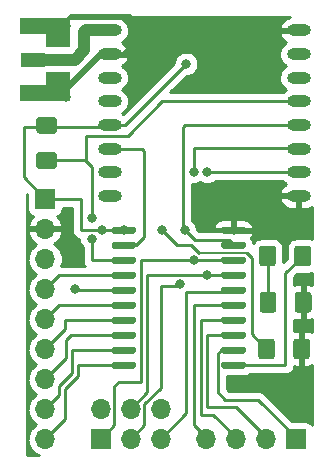
<source format=gbr>
G04 #@! TF.GenerationSoftware,KiCad,Pcbnew,(5.99.0-1365-gd87daebb2)*
G04 #@! TF.CreationDate,2020-04-24T16:17:57+02:00*
G04 #@! TF.ProjectId,LORA_ATTINY_v3,4c4f5241-5f41-4545-9449-4e595f76332e,rev?*
G04 #@! TF.SameCoordinates,Original*
G04 #@! TF.FileFunction,Copper,L1,Top*
G04 #@! TF.FilePolarity,Positive*
%FSLAX46Y46*%
G04 Gerber Fmt 4.6, Leading zero omitted, Abs format (unit mm)*
G04 Created by KiCad (PCBNEW (5.99.0-1365-gd87daebb2)) date 2020-04-24 16:17:57*
%MOMM*%
%LPD*%
G01*
G04 APERTURE LIST*
G04 #@! TA.AperFunction,ComponentPad*
%ADD10O,1.700000X1.700000*%
G04 #@! TD*
G04 #@! TA.AperFunction,ComponentPad*
%ADD11R,1.700000X1.700000*%
G04 #@! TD*
G04 #@! TA.AperFunction,SMDPad,CuDef*
%ADD12O,2.000000X1.000000*%
G04 #@! TD*
G04 #@! TA.AperFunction,ComponentPad*
%ADD13R,2.100000X1.200000*%
G04 #@! TD*
G04 #@! TA.AperFunction,ViaPad*
%ADD14C,0.800000*%
G04 #@! TD*
G04 #@! TA.AperFunction,Conductor*
%ADD15C,0.250000*%
G04 #@! TD*
G04 #@! TA.AperFunction,Conductor*
%ADD16C,0.500000*%
G04 #@! TD*
G04 #@! TA.AperFunction,Conductor*
%ADD17C,1.000000*%
G04 #@! TD*
G04 #@! TA.AperFunction,Conductor*
%ADD18C,0.200000*%
G04 #@! TD*
G04 #@! TA.AperFunction,Conductor*
%ADD19C,0.254000*%
G04 #@! TD*
G04 APERTURE END LIST*
D10*
X104394000Y-66802000D03*
X106934000Y-66802000D03*
X109474000Y-66802000D03*
D11*
X112014000Y-66802000D03*
D10*
X90805000Y-66802000D03*
X90805000Y-64262000D03*
X90805000Y-61722000D03*
X90805000Y-59182000D03*
X90805000Y-56642000D03*
X90805000Y-54102000D03*
X90805000Y-51562000D03*
X90805000Y-49022000D03*
D11*
X90805000Y-46482000D03*
G04 #@! TA.AperFunction,SMDPad,CuDef*
G36*
G01*
X111809500Y-59807000D02*
X111809500Y-58557000D01*
G75*
G02*
X112059500Y-58307000I250000J0D01*
G01*
X112984500Y-58307000D01*
G75*
G02*
X113234500Y-58557000I0J-250000D01*
G01*
X113234500Y-59807000D01*
G75*
G02*
X112984500Y-60057000I-250000J0D01*
G01*
X112059500Y-60057000D01*
G75*
G02*
X111809500Y-59807000I0J250000D01*
G01*
G37*
G04 #@! TD.AperFunction*
G04 #@! TA.AperFunction,SMDPad,CuDef*
G36*
G01*
X108834500Y-59807000D02*
X108834500Y-58557000D01*
G75*
G02*
X109084500Y-58307000I250000J0D01*
G01*
X110009500Y-58307000D01*
G75*
G02*
X110259500Y-58557000I0J-250000D01*
G01*
X110259500Y-59807000D01*
G75*
G02*
X110009500Y-60057000I-250000J0D01*
G01*
X109084500Y-60057000D01*
G75*
G02*
X108834500Y-59807000I0J250000D01*
G01*
G37*
G04 #@! TD.AperFunction*
G04 #@! TA.AperFunction,SMDPad,CuDef*
G36*
G01*
X105733000Y-49299000D02*
X105733000Y-48999000D01*
G75*
G02*
X105883000Y-48849000I150000J0D01*
G01*
X107633000Y-48849000D01*
G75*
G02*
X107783000Y-48999000I0J-150000D01*
G01*
X107783000Y-49299000D01*
G75*
G02*
X107633000Y-49449000I-150000J0D01*
G01*
X105883000Y-49449000D01*
G75*
G02*
X105733000Y-49299000I0J150000D01*
G01*
G37*
G04 #@! TD.AperFunction*
G04 #@! TA.AperFunction,SMDPad,CuDef*
G36*
G01*
X105733000Y-50569000D02*
X105733000Y-50269000D01*
G75*
G02*
X105883000Y-50119000I150000J0D01*
G01*
X107633000Y-50119000D01*
G75*
G02*
X107783000Y-50269000I0J-150000D01*
G01*
X107783000Y-50569000D01*
G75*
G02*
X107633000Y-50719000I-150000J0D01*
G01*
X105883000Y-50719000D01*
G75*
G02*
X105733000Y-50569000I0J150000D01*
G01*
G37*
G04 #@! TD.AperFunction*
G04 #@! TA.AperFunction,SMDPad,CuDef*
G36*
G01*
X105733000Y-51839000D02*
X105733000Y-51539000D01*
G75*
G02*
X105883000Y-51389000I150000J0D01*
G01*
X107633000Y-51389000D01*
G75*
G02*
X107783000Y-51539000I0J-150000D01*
G01*
X107783000Y-51839000D01*
G75*
G02*
X107633000Y-51989000I-150000J0D01*
G01*
X105883000Y-51989000D01*
G75*
G02*
X105733000Y-51839000I0J150000D01*
G01*
G37*
G04 #@! TD.AperFunction*
G04 #@! TA.AperFunction,SMDPad,CuDef*
G36*
G01*
X105733000Y-53109000D02*
X105733000Y-52809000D01*
G75*
G02*
X105883000Y-52659000I150000J0D01*
G01*
X107633000Y-52659000D01*
G75*
G02*
X107783000Y-52809000I0J-150000D01*
G01*
X107783000Y-53109000D01*
G75*
G02*
X107633000Y-53259000I-150000J0D01*
G01*
X105883000Y-53259000D01*
G75*
G02*
X105733000Y-53109000I0J150000D01*
G01*
G37*
G04 #@! TD.AperFunction*
G04 #@! TA.AperFunction,SMDPad,CuDef*
G36*
G01*
X105733000Y-54379000D02*
X105733000Y-54079000D01*
G75*
G02*
X105883000Y-53929000I150000J0D01*
G01*
X107633000Y-53929000D01*
G75*
G02*
X107783000Y-54079000I0J-150000D01*
G01*
X107783000Y-54379000D01*
G75*
G02*
X107633000Y-54529000I-150000J0D01*
G01*
X105883000Y-54529000D01*
G75*
G02*
X105733000Y-54379000I0J150000D01*
G01*
G37*
G04 #@! TD.AperFunction*
G04 #@! TA.AperFunction,SMDPad,CuDef*
G36*
G01*
X105733000Y-55649000D02*
X105733000Y-55349000D01*
G75*
G02*
X105883000Y-55199000I150000J0D01*
G01*
X107633000Y-55199000D01*
G75*
G02*
X107783000Y-55349000I0J-150000D01*
G01*
X107783000Y-55649000D01*
G75*
G02*
X107633000Y-55799000I-150000J0D01*
G01*
X105883000Y-55799000D01*
G75*
G02*
X105733000Y-55649000I0J150000D01*
G01*
G37*
G04 #@! TD.AperFunction*
G04 #@! TA.AperFunction,SMDPad,CuDef*
G36*
G01*
X105733000Y-56919000D02*
X105733000Y-56619000D01*
G75*
G02*
X105883000Y-56469000I150000J0D01*
G01*
X107633000Y-56469000D01*
G75*
G02*
X107783000Y-56619000I0J-150000D01*
G01*
X107783000Y-56919000D01*
G75*
G02*
X107633000Y-57069000I-150000J0D01*
G01*
X105883000Y-57069000D01*
G75*
G02*
X105733000Y-56919000I0J150000D01*
G01*
G37*
G04 #@! TD.AperFunction*
G04 #@! TA.AperFunction,SMDPad,CuDef*
G36*
G01*
X105733000Y-58189000D02*
X105733000Y-57889000D01*
G75*
G02*
X105883000Y-57739000I150000J0D01*
G01*
X107633000Y-57739000D01*
G75*
G02*
X107783000Y-57889000I0J-150000D01*
G01*
X107783000Y-58189000D01*
G75*
G02*
X107633000Y-58339000I-150000J0D01*
G01*
X105883000Y-58339000D01*
G75*
G02*
X105733000Y-58189000I0J150000D01*
G01*
G37*
G04 #@! TD.AperFunction*
G04 #@! TA.AperFunction,SMDPad,CuDef*
G36*
G01*
X105733000Y-59459000D02*
X105733000Y-59159000D01*
G75*
G02*
X105883000Y-59009000I150000J0D01*
G01*
X107633000Y-59009000D01*
G75*
G02*
X107783000Y-59159000I0J-150000D01*
G01*
X107783000Y-59459000D01*
G75*
G02*
X107633000Y-59609000I-150000J0D01*
G01*
X105883000Y-59609000D01*
G75*
G02*
X105733000Y-59459000I0J150000D01*
G01*
G37*
G04 #@! TD.AperFunction*
G04 #@! TA.AperFunction,SMDPad,CuDef*
G36*
G01*
X105733000Y-60729000D02*
X105733000Y-60429000D01*
G75*
G02*
X105883000Y-60279000I150000J0D01*
G01*
X107633000Y-60279000D01*
G75*
G02*
X107783000Y-60429000I0J-150000D01*
G01*
X107783000Y-60729000D01*
G75*
G02*
X107633000Y-60879000I-150000J0D01*
G01*
X105883000Y-60879000D01*
G75*
G02*
X105733000Y-60729000I0J150000D01*
G01*
G37*
G04 #@! TD.AperFunction*
G04 #@! TA.AperFunction,SMDPad,CuDef*
G36*
G01*
X96433000Y-60729000D02*
X96433000Y-60429000D01*
G75*
G02*
X96583000Y-60279000I150000J0D01*
G01*
X98333000Y-60279000D01*
G75*
G02*
X98483000Y-60429000I0J-150000D01*
G01*
X98483000Y-60729000D01*
G75*
G02*
X98333000Y-60879000I-150000J0D01*
G01*
X96583000Y-60879000D01*
G75*
G02*
X96433000Y-60729000I0J150000D01*
G01*
G37*
G04 #@! TD.AperFunction*
G04 #@! TA.AperFunction,SMDPad,CuDef*
G36*
G01*
X96433000Y-59459000D02*
X96433000Y-59159000D01*
G75*
G02*
X96583000Y-59009000I150000J0D01*
G01*
X98333000Y-59009000D01*
G75*
G02*
X98483000Y-59159000I0J-150000D01*
G01*
X98483000Y-59459000D01*
G75*
G02*
X98333000Y-59609000I-150000J0D01*
G01*
X96583000Y-59609000D01*
G75*
G02*
X96433000Y-59459000I0J150000D01*
G01*
G37*
G04 #@! TD.AperFunction*
G04 #@! TA.AperFunction,SMDPad,CuDef*
G36*
G01*
X96433000Y-58189000D02*
X96433000Y-57889000D01*
G75*
G02*
X96583000Y-57739000I150000J0D01*
G01*
X98333000Y-57739000D01*
G75*
G02*
X98483000Y-57889000I0J-150000D01*
G01*
X98483000Y-58189000D01*
G75*
G02*
X98333000Y-58339000I-150000J0D01*
G01*
X96583000Y-58339000D01*
G75*
G02*
X96433000Y-58189000I0J150000D01*
G01*
G37*
G04 #@! TD.AperFunction*
G04 #@! TA.AperFunction,SMDPad,CuDef*
G36*
G01*
X96433000Y-56919000D02*
X96433000Y-56619000D01*
G75*
G02*
X96583000Y-56469000I150000J0D01*
G01*
X98333000Y-56469000D01*
G75*
G02*
X98483000Y-56619000I0J-150000D01*
G01*
X98483000Y-56919000D01*
G75*
G02*
X98333000Y-57069000I-150000J0D01*
G01*
X96583000Y-57069000D01*
G75*
G02*
X96433000Y-56919000I0J150000D01*
G01*
G37*
G04 #@! TD.AperFunction*
G04 #@! TA.AperFunction,SMDPad,CuDef*
G36*
G01*
X96433000Y-55649000D02*
X96433000Y-55349000D01*
G75*
G02*
X96583000Y-55199000I150000J0D01*
G01*
X98333000Y-55199000D01*
G75*
G02*
X98483000Y-55349000I0J-150000D01*
G01*
X98483000Y-55649000D01*
G75*
G02*
X98333000Y-55799000I-150000J0D01*
G01*
X96583000Y-55799000D01*
G75*
G02*
X96433000Y-55649000I0J150000D01*
G01*
G37*
G04 #@! TD.AperFunction*
G04 #@! TA.AperFunction,SMDPad,CuDef*
G36*
G01*
X96433000Y-54379000D02*
X96433000Y-54079000D01*
G75*
G02*
X96583000Y-53929000I150000J0D01*
G01*
X98333000Y-53929000D01*
G75*
G02*
X98483000Y-54079000I0J-150000D01*
G01*
X98483000Y-54379000D01*
G75*
G02*
X98333000Y-54529000I-150000J0D01*
G01*
X96583000Y-54529000D01*
G75*
G02*
X96433000Y-54379000I0J150000D01*
G01*
G37*
G04 #@! TD.AperFunction*
G04 #@! TA.AperFunction,SMDPad,CuDef*
G36*
G01*
X96433000Y-53109000D02*
X96433000Y-52809000D01*
G75*
G02*
X96583000Y-52659000I150000J0D01*
G01*
X98333000Y-52659000D01*
G75*
G02*
X98483000Y-52809000I0J-150000D01*
G01*
X98483000Y-53109000D01*
G75*
G02*
X98333000Y-53259000I-150000J0D01*
G01*
X96583000Y-53259000D01*
G75*
G02*
X96433000Y-53109000I0J150000D01*
G01*
G37*
G04 #@! TD.AperFunction*
G04 #@! TA.AperFunction,SMDPad,CuDef*
G36*
G01*
X96433000Y-51839000D02*
X96433000Y-51539000D01*
G75*
G02*
X96583000Y-51389000I150000J0D01*
G01*
X98333000Y-51389000D01*
G75*
G02*
X98483000Y-51539000I0J-150000D01*
G01*
X98483000Y-51839000D01*
G75*
G02*
X98333000Y-51989000I-150000J0D01*
G01*
X96583000Y-51989000D01*
G75*
G02*
X96433000Y-51839000I0J150000D01*
G01*
G37*
G04 #@! TD.AperFunction*
G04 #@! TA.AperFunction,SMDPad,CuDef*
G36*
G01*
X96433000Y-50569000D02*
X96433000Y-50269000D01*
G75*
G02*
X96583000Y-50119000I150000J0D01*
G01*
X98333000Y-50119000D01*
G75*
G02*
X98483000Y-50269000I0J-150000D01*
G01*
X98483000Y-50569000D01*
G75*
G02*
X98333000Y-50719000I-150000J0D01*
G01*
X96583000Y-50719000D01*
G75*
G02*
X96433000Y-50569000I0J150000D01*
G01*
G37*
G04 #@! TD.AperFunction*
G04 #@! TA.AperFunction,SMDPad,CuDef*
G36*
G01*
X96433000Y-49299000D02*
X96433000Y-48999000D01*
G75*
G02*
X96583000Y-48849000I150000J0D01*
G01*
X98333000Y-48849000D01*
G75*
G02*
X98483000Y-48999000I0J-150000D01*
G01*
X98483000Y-49299000D01*
G75*
G02*
X98333000Y-49449000I-150000J0D01*
G01*
X96583000Y-49449000D01*
G75*
G02*
X96433000Y-49299000I0J150000D01*
G01*
G37*
G04 #@! TD.AperFunction*
D12*
X96268000Y-46228000D03*
X96268000Y-44228000D03*
X96268000Y-42228000D03*
X96268000Y-40228000D03*
X96268000Y-38228000D03*
X96268000Y-36228000D03*
X96268000Y-34228000D03*
X96268000Y-32228000D03*
X112268000Y-32228000D03*
X112268000Y-34228000D03*
X112268000Y-36228000D03*
X112268000Y-38228000D03*
X112268000Y-40228000D03*
X112268000Y-42228000D03*
X112268000Y-44228000D03*
X112268000Y-46228000D03*
G04 #@! TA.AperFunction,SMDPad,CuDef*
G36*
G01*
X91557000Y-40971500D02*
X90307000Y-40971500D01*
G75*
G02*
X90057000Y-40721500I0J250000D01*
G01*
X90057000Y-39796500D01*
G75*
G02*
X90307000Y-39546500I250000J0D01*
G01*
X91557000Y-39546500D01*
G75*
G02*
X91807000Y-39796500I0J-250000D01*
G01*
X91807000Y-40721500D01*
G75*
G02*
X91557000Y-40971500I-250000J0D01*
G01*
G37*
G04 #@! TD.AperFunction*
G04 #@! TA.AperFunction,SMDPad,CuDef*
G36*
G01*
X91557000Y-43946500D02*
X90307000Y-43946500D01*
G75*
G02*
X90057000Y-43696500I0J250000D01*
G01*
X90057000Y-42771500D01*
G75*
G02*
X90307000Y-42521500I250000J0D01*
G01*
X91557000Y-42521500D01*
G75*
G02*
X91807000Y-42771500I0J-250000D01*
G01*
X91807000Y-43696500D01*
G75*
G02*
X91557000Y-43946500I-250000J0D01*
G01*
G37*
G04 #@! TD.AperFunction*
G04 #@! TA.AperFunction,SMDPad,CuDef*
G36*
G01*
X111900000Y-51933000D02*
X111900000Y-50683000D01*
G75*
G02*
X112150000Y-50433000I250000J0D01*
G01*
X113075000Y-50433000D01*
G75*
G02*
X113325000Y-50683000I0J-250000D01*
G01*
X113325000Y-51933000D01*
G75*
G02*
X113075000Y-52183000I-250000J0D01*
G01*
X112150000Y-52183000D01*
G75*
G02*
X111900000Y-51933000I0J250000D01*
G01*
G37*
G04 #@! TD.AperFunction*
G04 #@! TA.AperFunction,SMDPad,CuDef*
G36*
G01*
X108925000Y-51933000D02*
X108925000Y-50683000D01*
G75*
G02*
X109175000Y-50433000I250000J0D01*
G01*
X110100000Y-50433000D01*
G75*
G02*
X110350000Y-50683000I0J-250000D01*
G01*
X110350000Y-51933000D01*
G75*
G02*
X110100000Y-52183000I-250000J0D01*
G01*
X109175000Y-52183000D01*
G75*
G02*
X108925000Y-51933000I0J250000D01*
G01*
G37*
G04 #@! TD.AperFunction*
D10*
X100584000Y-64262000D03*
X100584000Y-66802000D03*
X98044000Y-64262000D03*
X98044000Y-66802000D03*
X95504000Y-64262000D03*
D11*
X95504000Y-66802000D03*
G04 #@! TA.AperFunction,SMDPad,CuDef*
G36*
G01*
X110386500Y-54620000D02*
X110386500Y-55870000D01*
G75*
G02*
X110136500Y-56120000I-250000J0D01*
G01*
X109211500Y-56120000D01*
G75*
G02*
X108961500Y-55870000I0J250000D01*
G01*
X108961500Y-54620000D01*
G75*
G02*
X109211500Y-54370000I250000J0D01*
G01*
X110136500Y-54370000D01*
G75*
G02*
X110386500Y-54620000I0J-250000D01*
G01*
G37*
G04 #@! TD.AperFunction*
G04 #@! TA.AperFunction,SMDPad,CuDef*
G36*
G01*
X113361500Y-54620000D02*
X113361500Y-55870000D01*
G75*
G02*
X113111500Y-56120000I-250000J0D01*
G01*
X112186500Y-56120000D01*
G75*
G02*
X111936500Y-55870000I0J250000D01*
G01*
X111936500Y-54620000D01*
G75*
G02*
X112186500Y-54370000I250000J0D01*
G01*
X113111500Y-54370000D01*
G75*
G02*
X113361500Y-54620000I0J-250000D01*
G01*
G37*
G04 #@! TD.AperFunction*
D13*
X89814400Y-34702000D03*
G04 #@! TA.AperFunction,SMDPad,CuDef*
G36*
X88705200Y-38201399D02*
G01*
X88705200Y-36851399D01*
X90905200Y-36851399D01*
X90905200Y-35751400D01*
X92905200Y-35751401D01*
X92905199Y-38201400D01*
X88705200Y-38201399D01*
G37*
G04 #@! TD.AperFunction*
G04 #@! TA.AperFunction,SMDPad,CuDef*
G36*
X90905200Y-33649719D02*
G01*
X90905200Y-32549719D01*
X88705200Y-32549719D01*
X88705200Y-31199720D01*
X92905200Y-31199721D01*
X92905199Y-33649720D01*
X90905200Y-33649719D01*
G37*
G04 #@! TD.AperFunction*
D14*
X92583000Y-31877000D03*
X92583000Y-37846000D03*
X102743000Y-35052000D03*
X90932000Y-40386000D03*
X94742000Y-49874000D03*
X94742000Y-48133000D03*
X106807000Y-49149000D03*
X112268000Y-49149000D03*
X112649000Y-55245000D03*
X112649000Y-59182000D03*
X95631000Y-49149000D03*
X93345000Y-54102000D03*
X104521000Y-52959000D03*
X104521000Y-44196000D03*
X103378000Y-51689000D03*
X103378000Y-44196000D03*
X97458000Y-49149000D03*
X102653000Y-49149000D03*
X102235000Y-53684000D03*
X100711000Y-49149000D03*
D15*
X92583000Y-31369000D02*
X93014800Y-30937200D01*
X92583000Y-31877000D02*
X92583000Y-31369000D01*
X97344000Y-34228000D02*
X99263200Y-32308800D01*
X99263200Y-32308800D02*
X99344000Y-32228000D01*
D16*
X92964000Y-31089600D02*
X97840800Y-31089600D01*
D15*
X97891600Y-30937200D02*
X99263200Y-32308800D01*
X92583000Y-37846000D02*
X92583000Y-37211000D01*
D16*
X92583000Y-37211000D02*
X95566000Y-34228000D01*
D15*
X95566000Y-34228000D02*
X96268000Y-34228000D01*
X96268000Y-34228000D02*
X96201000Y-34228000D01*
X96268000Y-34228000D02*
X95768000Y-34228000D01*
D17*
X94107000Y-33909000D02*
X94107000Y-32385000D01*
X89865200Y-34702000D02*
X93314000Y-34702000D01*
X93314000Y-34702000D02*
X94107000Y-33909000D01*
X94264000Y-32228000D02*
X96268000Y-32228000D01*
D15*
X94107000Y-32385000D02*
X94264000Y-32228000D01*
X96237000Y-40259000D02*
X96268000Y-40228000D01*
X88996010Y-40386000D02*
X90932000Y-40386000D01*
X90805000Y-46482000D02*
X88996010Y-44673010D01*
X88996010Y-44673010D02*
X88996010Y-40386000D01*
X96110000Y-40386000D02*
X96268000Y-40228000D01*
X90932000Y-40386000D02*
X96110000Y-40386000D01*
X97567000Y-40228000D02*
X102743000Y-35052000D01*
X96268000Y-40228000D02*
X97567000Y-40228000D01*
X93853000Y-49149000D02*
X95631000Y-49149000D01*
X90805000Y-46482000D02*
X93853000Y-46482000D01*
X93853000Y-46482000D02*
X93853000Y-49149000D01*
X99344000Y-32228000D02*
X112268000Y-32228000D01*
X96268000Y-34228000D02*
X97344000Y-34228000D01*
X94742000Y-51689000D02*
X97458000Y-51689000D01*
X94180000Y-43234000D02*
X94742000Y-43796000D01*
X94742000Y-43796000D02*
X94742000Y-48133000D01*
X94742000Y-49874000D02*
X94742000Y-51689000D01*
X93780000Y-43234000D02*
X94180000Y-43234000D01*
X90932000Y-43234000D02*
X93780000Y-43234000D01*
X94234000Y-43180000D02*
X94180000Y-43234000D01*
X100710000Y-38228000D02*
X97790000Y-41148000D01*
X112268000Y-38228000D02*
X100710000Y-38228000D01*
X94234000Y-41148000D02*
X94234000Y-43180000D01*
X97790000Y-41148000D02*
X94234000Y-41148000D01*
X98483000Y-50419000D02*
X97458000Y-50419000D01*
X99187000Y-49715000D02*
X98483000Y-50419000D01*
X96268000Y-42228000D02*
X98996000Y-42228000D01*
X98996000Y-42228000D02*
X99187000Y-42419000D01*
X112268000Y-49149000D02*
X112268000Y-46228000D01*
X106807000Y-49149000D02*
X112268000Y-49149000D01*
X91948000Y-52959000D02*
X90805000Y-54102000D01*
X97458000Y-52959000D02*
X91948000Y-52959000D01*
X91948000Y-55499000D02*
X90805000Y-56642000D01*
X97458000Y-55499000D02*
X91948000Y-55499000D01*
X92456000Y-57531000D02*
X90805000Y-59182000D01*
X92456000Y-56769000D02*
X92456000Y-57531000D01*
X97458000Y-56769000D02*
X92456000Y-56769000D01*
X92583000Y-59944000D02*
X90805000Y-61722000D01*
X92583000Y-58420000D02*
X92583000Y-59944000D01*
X97458000Y-58039000D02*
X92964000Y-58039000D01*
X92964000Y-58039000D02*
X92583000Y-58420000D01*
X91948000Y-63119000D02*
X90805000Y-64262000D01*
X93091000Y-59309000D02*
X93091000Y-61214000D01*
X91948000Y-62357000D02*
X91948000Y-63119000D01*
X97458000Y-59309000D02*
X93091000Y-59309000D01*
X93091000Y-61214000D02*
X91948000Y-62357000D01*
X92456000Y-65151000D02*
X90805000Y-66802000D01*
X92456000Y-62611000D02*
X92456000Y-65151000D01*
X93599000Y-60579000D02*
X93599000Y-61468000D01*
X93599000Y-61468000D02*
X92456000Y-62611000D01*
X97458000Y-60579000D02*
X93599000Y-60579000D01*
X95631000Y-49149000D02*
X97458000Y-49149000D01*
X93472000Y-54229000D02*
X93345000Y-54102000D01*
X97458000Y-54229000D02*
X93472000Y-54229000D01*
X98933000Y-51689000D02*
X101727000Y-51689000D01*
X95504000Y-66802000D02*
X96679001Y-65626999D01*
X96679001Y-65626999D02*
X96679001Y-62324999D01*
X97028000Y-61976000D02*
X97756044Y-61976000D01*
X96679001Y-62324999D02*
X97028000Y-61976000D01*
X97756044Y-61976000D02*
X98933000Y-61976000D01*
X98933000Y-61976000D02*
X98933000Y-51689000D01*
X99441000Y-62865000D02*
X98044000Y-64262000D01*
X99441000Y-52959000D02*
X99441000Y-62865000D01*
X106758000Y-52959000D02*
X102997000Y-52959000D01*
X106631000Y-54356000D02*
X106758000Y-54229000D01*
X102743000Y-54356000D02*
X106631000Y-54356000D01*
X100584000Y-66802000D02*
X102743000Y-64643000D01*
X102743000Y-64643000D02*
X102743000Y-54356000D01*
X99219001Y-63887997D02*
X99219001Y-65626999D01*
X100584000Y-62522998D02*
X99219001Y-63887997D01*
X100584000Y-53848000D02*
X100584000Y-62522998D01*
X99219001Y-65626999D02*
X98044000Y-66802000D01*
X101727000Y-51689000D02*
X103378000Y-51689000D01*
X102997000Y-52959000D02*
X99441000Y-52959000D01*
X112236000Y-44196000D02*
X112268000Y-44228000D01*
X103378000Y-65659000D02*
X104394000Y-66675000D01*
X103378000Y-55499000D02*
X103378000Y-65659000D01*
X106758000Y-55499000D02*
X103378000Y-55499000D01*
X105029000Y-64770000D02*
X106934000Y-66675000D01*
X106758000Y-56769000D02*
X104013000Y-56769000D01*
X104013000Y-64770000D02*
X105029000Y-64770000D01*
X104013000Y-56769000D02*
X104013000Y-64770000D01*
X106934000Y-64135000D02*
X109474000Y-66675000D01*
X104521000Y-64135000D02*
X106934000Y-64135000D01*
X105733000Y-58039000D02*
X104521000Y-58039000D01*
X106758000Y-58039000D02*
X105733000Y-58039000D01*
X104521000Y-58039000D02*
X104521000Y-64135000D01*
X108839000Y-63500000D02*
X112014000Y-66675000D01*
X106045000Y-63500000D02*
X108839000Y-63500000D01*
X105407990Y-62862990D02*
X106045000Y-63500000D01*
X105407990Y-59634010D02*
X105407990Y-62862990D01*
X105733000Y-59309000D02*
X105407990Y-59634010D01*
X106758000Y-59309000D02*
X105733000Y-59309000D01*
X111125000Y-52795500D02*
X112612500Y-51308000D01*
X111125000Y-60579000D02*
X111125000Y-52795500D01*
X106758000Y-60579000D02*
X111125000Y-60579000D01*
X109637500Y-54700500D02*
X109674000Y-54737000D01*
X109637500Y-51308000D02*
X109637500Y-54700500D01*
X108331000Y-57023000D02*
X108331000Y-51566956D01*
X104553000Y-44228000D02*
X104521000Y-44196000D01*
X112268000Y-44228000D02*
X104553000Y-44228000D01*
X103378000Y-51689000D02*
X106758000Y-51689000D01*
X112204000Y-42164000D02*
X112268000Y-42228000D01*
X103378000Y-42164000D02*
X112204000Y-42164000D01*
X103378000Y-44196000D02*
X103378000Y-42164000D01*
X112268000Y-40228000D02*
X102647000Y-40228000D01*
X102489000Y-40386000D02*
X102489000Y-48895000D01*
X102647000Y-40228000D02*
X102489000Y-40386000D01*
X102489000Y-48895000D02*
X102743000Y-49149000D01*
X100584000Y-53848000D02*
X102071000Y-53848000D01*
X102071000Y-53848000D02*
X102235000Y-53684000D01*
X106340000Y-50001000D02*
X106758000Y-50419000D01*
X103505000Y-50001000D02*
X106340000Y-50001000D01*
X102653000Y-49149000D02*
X103505000Y-50001000D01*
D18*
X107818044Y-51054000D02*
X103816002Y-51054000D01*
D15*
X103181002Y-50419000D02*
X101981000Y-50419000D01*
X101981000Y-50419000D02*
X100711000Y-49149000D01*
X103816002Y-51054000D02*
X103181002Y-50419000D01*
X108331000Y-57966000D02*
X109547000Y-59182000D01*
X108331000Y-57023000D02*
X108331000Y-57966000D01*
X108331000Y-51460400D02*
X107924600Y-51054000D01*
X107924600Y-51054000D02*
X107818044Y-51054000D01*
X108331000Y-51566956D02*
X108331000Y-51460400D01*
X99187000Y-42419000D02*
X99187000Y-49715000D01*
G36*
X89313163Y-46066377D02*
G01*
X89313163Y-47340258D01*
X89315319Y-47356634D01*
X89390137Y-47635859D01*
X89402880Y-47660339D01*
X89533990Y-47816590D01*
X89550879Y-47830761D01*
X89725120Y-47931359D01*
X89745837Y-47938900D01*
X89782029Y-47945282D01*
X89657029Y-48073822D01*
X89650263Y-48082074D01*
X89513683Y-48280798D01*
X89508403Y-48290073D01*
X89407260Y-48508968D01*
X89403619Y-48519000D01*
X89329085Y-48795233D01*
X89404734Y-48894000D01*
X92197863Y-48894000D01*
X92273373Y-48804487D01*
X92247499Y-48653114D01*
X92244817Y-48642784D01*
X92164723Y-48415343D01*
X92160339Y-48405612D01*
X92043067Y-48194916D01*
X92037107Y-48186064D01*
X91886013Y-47998140D01*
X91878647Y-47990417D01*
X91816130Y-47935107D01*
X91958859Y-47896863D01*
X91983339Y-47884120D01*
X92139590Y-47753010D01*
X92153761Y-47736121D01*
X92254359Y-47561880D01*
X92261900Y-47541163D01*
X92295878Y-47348462D01*
X92296837Y-47337501D01*
X92296837Y-47243000D01*
X93092000Y-47243000D01*
X93092001Y-49089102D01*
X93084085Y-49139084D01*
X93084085Y-49158916D01*
X93118653Y-49377177D01*
X93124782Y-49396039D01*
X93225106Y-49592935D01*
X93236764Y-49608980D01*
X93393020Y-49765236D01*
X93409065Y-49776894D01*
X93605961Y-49877218D01*
X93624823Y-49883347D01*
X93706000Y-49896204D01*
X93706000Y-50002062D01*
X93708156Y-50018438D01*
X93774446Y-50265835D01*
X93780767Y-50281095D01*
X93908829Y-50502905D01*
X93918884Y-50516009D01*
X93981000Y-50578124D01*
X93981001Y-51629102D01*
X93973085Y-51679084D01*
X93973085Y-51698916D01*
X94007653Y-51917177D01*
X94013782Y-51936039D01*
X94114106Y-52132935D01*
X94125764Y-52148980D01*
X94174784Y-52198000D01*
X92151238Y-52198000D01*
X92152825Y-52194650D01*
X92237272Y-51968787D01*
X92240151Y-51958511D01*
X92285392Y-51721351D01*
X92286507Y-51710128D01*
X92289077Y-51442341D01*
X92288178Y-51431099D01*
X92247499Y-51193114D01*
X92244817Y-51182784D01*
X92164723Y-50955343D01*
X92160339Y-50945612D01*
X92043067Y-50734916D01*
X92037107Y-50726064D01*
X91886013Y-50538140D01*
X91878647Y-50530417D01*
X91698049Y-50370638D01*
X91689486Y-50364267D01*
X91572888Y-50291973D01*
X91666330Y-50236491D01*
X91675012Y-50230286D01*
X91858645Y-50074004D01*
X91866158Y-50066424D01*
X92020833Y-49881435D01*
X92026962Y-49872698D01*
X92148256Y-49664294D01*
X92152825Y-49654650D01*
X92237272Y-49428787D01*
X92240151Y-49418511D01*
X92273943Y-49241369D01*
X92198356Y-49150000D01*
X89407272Y-49150000D01*
X89331602Y-49246853D01*
X89394221Y-49498005D01*
X89397669Y-49508104D01*
X89494591Y-49728900D01*
X89499692Y-49738275D01*
X89632430Y-49939584D01*
X89639038Y-49947965D01*
X89803798Y-50124032D01*
X89811722Y-50131180D01*
X90003792Y-50276968D01*
X90012808Y-50282679D01*
X90029166Y-50291194D01*
X90028032Y-50291882D01*
X89833199Y-50433957D01*
X89825138Y-50440952D01*
X89657029Y-50613822D01*
X89650263Y-50622074D01*
X89513683Y-50820798D01*
X89508403Y-50830073D01*
X89407260Y-51048968D01*
X89403618Y-51059000D01*
X89340802Y-51291807D01*
X89338903Y-51302309D01*
X89316211Y-51542372D01*
X89316109Y-51553043D01*
X89334188Y-51793497D01*
X89335885Y-51804034D01*
X89394221Y-52038005D01*
X89397669Y-52048104D01*
X89494591Y-52268900D01*
X89499692Y-52278275D01*
X89632430Y-52479584D01*
X89639038Y-52487965D01*
X89803798Y-52664032D01*
X89811722Y-52671180D01*
X90003792Y-52816968D01*
X90012808Y-52822679D01*
X90029166Y-52831194D01*
X90028032Y-52831882D01*
X89833199Y-52973957D01*
X89825138Y-52980952D01*
X89657029Y-53153822D01*
X89650263Y-53162074D01*
X89513683Y-53360798D01*
X89508403Y-53370073D01*
X89407260Y-53588968D01*
X89403618Y-53599000D01*
X89340802Y-53831807D01*
X89338903Y-53842309D01*
X89316211Y-54082372D01*
X89316109Y-54093043D01*
X89334188Y-54333497D01*
X89335885Y-54344034D01*
X89394221Y-54578005D01*
X89397669Y-54588104D01*
X89494591Y-54808900D01*
X89499692Y-54818275D01*
X89632430Y-55019584D01*
X89639038Y-55027965D01*
X89803798Y-55204032D01*
X89811722Y-55211180D01*
X90003792Y-55356968D01*
X90012808Y-55362679D01*
X90029166Y-55371194D01*
X90028032Y-55371882D01*
X89833199Y-55513957D01*
X89825138Y-55520952D01*
X89657029Y-55693822D01*
X89650263Y-55702074D01*
X89513683Y-55900798D01*
X89508403Y-55910073D01*
X89407260Y-56128968D01*
X89403618Y-56139000D01*
X89340802Y-56371807D01*
X89338903Y-56382309D01*
X89316211Y-56622372D01*
X89316109Y-56633043D01*
X89334188Y-56873497D01*
X89335885Y-56884034D01*
X89394221Y-57118005D01*
X89397669Y-57128104D01*
X89494591Y-57348900D01*
X89499692Y-57358275D01*
X89632430Y-57559584D01*
X89639038Y-57567965D01*
X89803798Y-57744032D01*
X89811722Y-57751180D01*
X90003792Y-57896968D01*
X90012808Y-57902679D01*
X90029166Y-57911194D01*
X90028032Y-57911882D01*
X89833199Y-58053957D01*
X89825138Y-58060952D01*
X89657029Y-58233822D01*
X89650263Y-58242074D01*
X89513683Y-58440798D01*
X89508403Y-58450073D01*
X89407260Y-58668968D01*
X89403618Y-58679000D01*
X89340802Y-58911807D01*
X89338903Y-58922309D01*
X89316211Y-59162372D01*
X89316109Y-59173043D01*
X89334188Y-59413497D01*
X89335885Y-59424034D01*
X89394221Y-59658005D01*
X89397669Y-59668104D01*
X89494591Y-59888900D01*
X89499692Y-59898275D01*
X89632430Y-60099584D01*
X89639038Y-60107965D01*
X89803798Y-60284032D01*
X89811722Y-60291180D01*
X90003792Y-60436968D01*
X90012808Y-60442679D01*
X90029166Y-60451194D01*
X90028032Y-60451882D01*
X89833199Y-60593957D01*
X89825138Y-60600952D01*
X89657029Y-60773822D01*
X89650263Y-60782074D01*
X89513683Y-60980798D01*
X89508403Y-60990073D01*
X89407260Y-61208968D01*
X89403618Y-61219000D01*
X89340802Y-61451807D01*
X89338903Y-61462309D01*
X89316211Y-61702372D01*
X89316109Y-61713043D01*
X89334188Y-61953497D01*
X89335885Y-61964034D01*
X89394221Y-62198005D01*
X89397669Y-62208104D01*
X89494591Y-62428900D01*
X89499692Y-62438275D01*
X89632430Y-62639584D01*
X89639038Y-62647965D01*
X89803798Y-62824032D01*
X89811722Y-62831180D01*
X90003792Y-62976968D01*
X90012808Y-62982679D01*
X90029166Y-62991194D01*
X90028032Y-62991882D01*
X89833199Y-63133957D01*
X89825138Y-63140952D01*
X89657029Y-63313822D01*
X89650263Y-63322074D01*
X89513683Y-63520798D01*
X89508403Y-63530073D01*
X89407260Y-63748968D01*
X89403618Y-63759000D01*
X89340802Y-63991807D01*
X89338903Y-64002309D01*
X89316211Y-64242372D01*
X89316109Y-64253043D01*
X89334188Y-64493497D01*
X89335885Y-64504034D01*
X89394221Y-64738005D01*
X89397669Y-64748104D01*
X89494591Y-64968900D01*
X89499692Y-64978275D01*
X89632430Y-65179584D01*
X89639038Y-65187965D01*
X89803798Y-65364032D01*
X89811722Y-65371180D01*
X90003792Y-65516968D01*
X90012808Y-65522679D01*
X90029166Y-65531194D01*
X90028032Y-65531882D01*
X89833199Y-65673957D01*
X89825138Y-65680952D01*
X89657029Y-65853822D01*
X89650263Y-65862074D01*
X89513683Y-66060798D01*
X89508403Y-66070073D01*
X89407260Y-66288968D01*
X89403618Y-66299000D01*
X89340802Y-66531807D01*
X89338903Y-66542309D01*
X89316211Y-66782372D01*
X89316109Y-66793043D01*
X89334188Y-67033497D01*
X89335885Y-67044034D01*
X89394221Y-67278005D01*
X89397669Y-67288104D01*
X89494591Y-67508900D01*
X89499692Y-67518275D01*
X89632430Y-67719584D01*
X89639038Y-67727965D01*
X89803798Y-67904032D01*
X89811722Y-67911180D01*
X90003792Y-68056968D01*
X90012808Y-68062679D01*
X90226696Y-68174021D01*
X90236545Y-68178131D01*
X90304659Y-68200000D01*
X89280000Y-68200000D01*
X89280000Y-46033214D01*
X89313163Y-46066377D01*
G37*
D19*
X89313163Y-46066377D02*
X89313163Y-47340258D01*
X89315319Y-47356634D01*
X89390137Y-47635859D01*
X89402880Y-47660339D01*
X89533990Y-47816590D01*
X89550879Y-47830761D01*
X89725120Y-47931359D01*
X89745837Y-47938900D01*
X89782029Y-47945282D01*
X89657029Y-48073822D01*
X89650263Y-48082074D01*
X89513683Y-48280798D01*
X89508403Y-48290073D01*
X89407260Y-48508968D01*
X89403619Y-48519000D01*
X89329085Y-48795233D01*
X89404734Y-48894000D01*
X92197863Y-48894000D01*
X92273373Y-48804487D01*
X92247499Y-48653114D01*
X92244817Y-48642784D01*
X92164723Y-48415343D01*
X92160339Y-48405612D01*
X92043067Y-48194916D01*
X92037107Y-48186064D01*
X91886013Y-47998140D01*
X91878647Y-47990417D01*
X91816130Y-47935107D01*
X91958859Y-47896863D01*
X91983339Y-47884120D01*
X92139590Y-47753010D01*
X92153761Y-47736121D01*
X92254359Y-47561880D01*
X92261900Y-47541163D01*
X92295878Y-47348462D01*
X92296837Y-47337501D01*
X92296837Y-47243000D01*
X93092000Y-47243000D01*
X93092001Y-49089102D01*
X93084085Y-49139084D01*
X93084085Y-49158916D01*
X93118653Y-49377177D01*
X93124782Y-49396039D01*
X93225106Y-49592935D01*
X93236764Y-49608980D01*
X93393020Y-49765236D01*
X93409065Y-49776894D01*
X93605961Y-49877218D01*
X93624823Y-49883347D01*
X93706000Y-49896204D01*
X93706000Y-50002062D01*
X93708156Y-50018438D01*
X93774446Y-50265835D01*
X93780767Y-50281095D01*
X93908829Y-50502905D01*
X93918884Y-50516009D01*
X93981000Y-50578124D01*
X93981001Y-51629102D01*
X93973085Y-51679084D01*
X93973085Y-51698916D01*
X94007653Y-51917177D01*
X94013782Y-51936039D01*
X94114106Y-52132935D01*
X94125764Y-52148980D01*
X94174784Y-52198000D01*
X92151238Y-52198000D01*
X92152825Y-52194650D01*
X92237272Y-51968787D01*
X92240151Y-51958511D01*
X92285392Y-51721351D01*
X92286507Y-51710128D01*
X92289077Y-51442341D01*
X92288178Y-51431099D01*
X92247499Y-51193114D01*
X92244817Y-51182784D01*
X92164723Y-50955343D01*
X92160339Y-50945612D01*
X92043067Y-50734916D01*
X92037107Y-50726064D01*
X91886013Y-50538140D01*
X91878647Y-50530417D01*
X91698049Y-50370638D01*
X91689486Y-50364267D01*
X91572888Y-50291973D01*
X91666330Y-50236491D01*
X91675012Y-50230286D01*
X91858645Y-50074004D01*
X91866158Y-50066424D01*
X92020833Y-49881435D01*
X92026962Y-49872698D01*
X92148256Y-49664294D01*
X92152825Y-49654650D01*
X92237272Y-49428787D01*
X92240151Y-49418511D01*
X92273943Y-49241369D01*
X92198356Y-49150000D01*
X89407272Y-49150000D01*
X89331602Y-49246853D01*
X89394221Y-49498005D01*
X89397669Y-49508104D01*
X89494591Y-49728900D01*
X89499692Y-49738275D01*
X89632430Y-49939584D01*
X89639038Y-49947965D01*
X89803798Y-50124032D01*
X89811722Y-50131180D01*
X90003792Y-50276968D01*
X90012808Y-50282679D01*
X90029166Y-50291194D01*
X90028032Y-50291882D01*
X89833199Y-50433957D01*
X89825138Y-50440952D01*
X89657029Y-50613822D01*
X89650263Y-50622074D01*
X89513683Y-50820798D01*
X89508403Y-50830073D01*
X89407260Y-51048968D01*
X89403618Y-51059000D01*
X89340802Y-51291807D01*
X89338903Y-51302309D01*
X89316211Y-51542372D01*
X89316109Y-51553043D01*
X89334188Y-51793497D01*
X89335885Y-51804034D01*
X89394221Y-52038005D01*
X89397669Y-52048104D01*
X89494591Y-52268900D01*
X89499692Y-52278275D01*
X89632430Y-52479584D01*
X89639038Y-52487965D01*
X89803798Y-52664032D01*
X89811722Y-52671180D01*
X90003792Y-52816968D01*
X90012808Y-52822679D01*
X90029166Y-52831194D01*
X90028032Y-52831882D01*
X89833199Y-52973957D01*
X89825138Y-52980952D01*
X89657029Y-53153822D01*
X89650263Y-53162074D01*
X89513683Y-53360798D01*
X89508403Y-53370073D01*
X89407260Y-53588968D01*
X89403618Y-53599000D01*
X89340802Y-53831807D01*
X89338903Y-53842309D01*
X89316211Y-54082372D01*
X89316109Y-54093043D01*
X89334188Y-54333497D01*
X89335885Y-54344034D01*
X89394221Y-54578005D01*
X89397669Y-54588104D01*
X89494591Y-54808900D01*
X89499692Y-54818275D01*
X89632430Y-55019584D01*
X89639038Y-55027965D01*
X89803798Y-55204032D01*
X89811722Y-55211180D01*
X90003792Y-55356968D01*
X90012808Y-55362679D01*
X90029166Y-55371194D01*
X90028032Y-55371882D01*
X89833199Y-55513957D01*
X89825138Y-55520952D01*
X89657029Y-55693822D01*
X89650263Y-55702074D01*
X89513683Y-55900798D01*
X89508403Y-55910073D01*
X89407260Y-56128968D01*
X89403618Y-56139000D01*
X89340802Y-56371807D01*
X89338903Y-56382309D01*
X89316211Y-56622372D01*
X89316109Y-56633043D01*
X89334188Y-56873497D01*
X89335885Y-56884034D01*
X89394221Y-57118005D01*
X89397669Y-57128104D01*
X89494591Y-57348900D01*
X89499692Y-57358275D01*
X89632430Y-57559584D01*
X89639038Y-57567965D01*
X89803798Y-57744032D01*
X89811722Y-57751180D01*
X90003792Y-57896968D01*
X90012808Y-57902679D01*
X90029166Y-57911194D01*
X90028032Y-57911882D01*
X89833199Y-58053957D01*
X89825138Y-58060952D01*
X89657029Y-58233822D01*
X89650263Y-58242074D01*
X89513683Y-58440798D01*
X89508403Y-58450073D01*
X89407260Y-58668968D01*
X89403618Y-58679000D01*
X89340802Y-58911807D01*
X89338903Y-58922309D01*
X89316211Y-59162372D01*
X89316109Y-59173043D01*
X89334188Y-59413497D01*
X89335885Y-59424034D01*
X89394221Y-59658005D01*
X89397669Y-59668104D01*
X89494591Y-59888900D01*
X89499692Y-59898275D01*
X89632430Y-60099584D01*
X89639038Y-60107965D01*
X89803798Y-60284032D01*
X89811722Y-60291180D01*
X90003792Y-60436968D01*
X90012808Y-60442679D01*
X90029166Y-60451194D01*
X90028032Y-60451882D01*
X89833199Y-60593957D01*
X89825138Y-60600952D01*
X89657029Y-60773822D01*
X89650263Y-60782074D01*
X89513683Y-60980798D01*
X89508403Y-60990073D01*
X89407260Y-61208968D01*
X89403618Y-61219000D01*
X89340802Y-61451807D01*
X89338903Y-61462309D01*
X89316211Y-61702372D01*
X89316109Y-61713043D01*
X89334188Y-61953497D01*
X89335885Y-61964034D01*
X89394221Y-62198005D01*
X89397669Y-62208104D01*
X89494591Y-62428900D01*
X89499692Y-62438275D01*
X89632430Y-62639584D01*
X89639038Y-62647965D01*
X89803798Y-62824032D01*
X89811722Y-62831180D01*
X90003792Y-62976968D01*
X90012808Y-62982679D01*
X90029166Y-62991194D01*
X90028032Y-62991882D01*
X89833199Y-63133957D01*
X89825138Y-63140952D01*
X89657029Y-63313822D01*
X89650263Y-63322074D01*
X89513683Y-63520798D01*
X89508403Y-63530073D01*
X89407260Y-63748968D01*
X89403618Y-63759000D01*
X89340802Y-63991807D01*
X89338903Y-64002309D01*
X89316211Y-64242372D01*
X89316109Y-64253043D01*
X89334188Y-64493497D01*
X89335885Y-64504034D01*
X89394221Y-64738005D01*
X89397669Y-64748104D01*
X89494591Y-64968900D01*
X89499692Y-64978275D01*
X89632430Y-65179584D01*
X89639038Y-65187965D01*
X89803798Y-65364032D01*
X89811722Y-65371180D01*
X90003792Y-65516968D01*
X90012808Y-65522679D01*
X90029166Y-65531194D01*
X90028032Y-65531882D01*
X89833199Y-65673957D01*
X89825138Y-65680952D01*
X89657029Y-65853822D01*
X89650263Y-65862074D01*
X89513683Y-66060798D01*
X89508403Y-66070073D01*
X89407260Y-66288968D01*
X89403618Y-66299000D01*
X89340802Y-66531807D01*
X89338903Y-66542309D01*
X89316211Y-66782372D01*
X89316109Y-66793043D01*
X89334188Y-67033497D01*
X89335885Y-67044034D01*
X89394221Y-67278005D01*
X89397669Y-67288104D01*
X89494591Y-67508900D01*
X89499692Y-67518275D01*
X89632430Y-67719584D01*
X89639038Y-67727965D01*
X89803798Y-67904032D01*
X89811722Y-67911180D01*
X90003792Y-68056968D01*
X90012808Y-68062679D01*
X90226696Y-68174021D01*
X90236545Y-68178131D01*
X90304659Y-68200000D01*
X89280000Y-68200000D01*
X89280000Y-46033214D01*
X89313163Y-46066377D01*
G36*
X113412001Y-53789158D02*
G01*
X113368823Y-53769439D01*
X113351530Y-53764361D01*
X113122406Y-53731418D01*
X113113429Y-53730776D01*
X112850809Y-53730776D01*
X112777000Y-53804585D01*
X112776999Y-55043192D01*
X112777000Y-55043193D01*
X112776999Y-56685415D01*
X112850808Y-56759224D01*
X113115683Y-56759224D01*
X113129113Y-56757780D01*
X113412001Y-56696242D01*
X113412001Y-57784156D01*
X113241823Y-57706439D01*
X113224530Y-57701361D01*
X112995406Y-57668418D01*
X112986429Y-57667776D01*
X112723809Y-57667776D01*
X112650000Y-57741585D01*
X112650000Y-60622415D01*
X112723809Y-60696224D01*
X112988683Y-60696224D01*
X113002113Y-60694780D01*
X113337853Y-60621745D01*
X113358687Y-60613115D01*
X113412001Y-60578852D01*
X113412001Y-65618753D01*
X113285010Y-65467410D01*
X113268121Y-65453239D01*
X113093880Y-65352641D01*
X113073163Y-65345100D01*
X112880462Y-65311122D01*
X112869501Y-65310163D01*
X111725378Y-65310163D01*
X109455412Y-63040198D01*
X109455407Y-63040191D01*
X109298980Y-62883764D01*
X109282934Y-62872106D01*
X109237847Y-62849133D01*
X109196916Y-62819394D01*
X109179244Y-62810389D01*
X109131126Y-62794755D01*
X109086039Y-62771782D01*
X109067176Y-62765653D01*
X109017193Y-62757737D01*
X108969078Y-62742103D01*
X108949489Y-62739001D01*
X108894191Y-62739001D01*
X108894179Y-62739000D01*
X106360216Y-62739000D01*
X106168990Y-62547775D01*
X106168990Y-61518738D01*
X107637201Y-61518738D01*
X107648939Y-61517637D01*
X107908284Y-61468567D01*
X107928212Y-61461172D01*
X108117373Y-61351960D01*
X108132138Y-61340186D01*
X108132311Y-61340000D01*
X111065109Y-61340000D01*
X111115084Y-61347915D01*
X111134916Y-61347915D01*
X111194684Y-61338449D01*
X111353177Y-61313346D01*
X111372039Y-61307218D01*
X111568935Y-61206894D01*
X111584980Y-61195236D01*
X111741236Y-61038980D01*
X111752894Y-61022935D01*
X111853218Y-60826039D01*
X111859347Y-60807177D01*
X111880841Y-60671463D01*
X112048594Y-60695582D01*
X112057571Y-60696224D01*
X112320191Y-60696224D01*
X112394000Y-60622415D01*
X112394000Y-57741585D01*
X112320191Y-57667776D01*
X112055317Y-57667776D01*
X112041887Y-57669220D01*
X111886000Y-57703131D01*
X111886000Y-56700843D01*
X111929177Y-56720561D01*
X111946470Y-56725639D01*
X112175594Y-56758582D01*
X112184571Y-56759224D01*
X112447191Y-56759224D01*
X112521000Y-56685415D01*
X112521001Y-55446808D01*
X112521000Y-55446807D01*
X112521001Y-53804585D01*
X112447192Y-53730776D01*
X112182317Y-53730776D01*
X112168887Y-53732220D01*
X111886000Y-53793758D01*
X111886000Y-53110715D01*
X112174492Y-52822224D01*
X113079183Y-52822224D01*
X113092613Y-52820780D01*
X113412001Y-52751302D01*
X113412001Y-53789158D01*
G37*
X113412001Y-53789158D02*
X113368823Y-53769439D01*
X113351530Y-53764361D01*
X113122406Y-53731418D01*
X113113429Y-53730776D01*
X112850809Y-53730776D01*
X112777000Y-53804585D01*
X112776999Y-55043192D01*
X112777000Y-55043193D01*
X112776999Y-56685415D01*
X112850808Y-56759224D01*
X113115683Y-56759224D01*
X113129113Y-56757780D01*
X113412001Y-56696242D01*
X113412001Y-57784156D01*
X113241823Y-57706439D01*
X113224530Y-57701361D01*
X112995406Y-57668418D01*
X112986429Y-57667776D01*
X112723809Y-57667776D01*
X112650000Y-57741585D01*
X112650000Y-60622415D01*
X112723809Y-60696224D01*
X112988683Y-60696224D01*
X113002113Y-60694780D01*
X113337853Y-60621745D01*
X113358687Y-60613115D01*
X113412001Y-60578852D01*
X113412001Y-65618753D01*
X113285010Y-65467410D01*
X113268121Y-65453239D01*
X113093880Y-65352641D01*
X113073163Y-65345100D01*
X112880462Y-65311122D01*
X112869501Y-65310163D01*
X111725378Y-65310163D01*
X109455412Y-63040198D01*
X109455407Y-63040191D01*
X109298980Y-62883764D01*
X109282934Y-62872106D01*
X109237847Y-62849133D01*
X109196916Y-62819394D01*
X109179244Y-62810389D01*
X109131126Y-62794755D01*
X109086039Y-62771782D01*
X109067176Y-62765653D01*
X109017193Y-62757737D01*
X108969078Y-62742103D01*
X108949489Y-62739001D01*
X108894191Y-62739001D01*
X108894179Y-62739000D01*
X106360216Y-62739000D01*
X106168990Y-62547775D01*
X106168990Y-61518738D01*
X107637201Y-61518738D01*
X107648939Y-61517637D01*
X107908284Y-61468567D01*
X107928212Y-61461172D01*
X108117373Y-61351960D01*
X108132138Y-61340186D01*
X108132311Y-61340000D01*
X111065109Y-61340000D01*
X111115084Y-61347915D01*
X111134916Y-61347915D01*
X111194684Y-61338449D01*
X111353177Y-61313346D01*
X111372039Y-61307218D01*
X111568935Y-61206894D01*
X111584980Y-61195236D01*
X111741236Y-61038980D01*
X111752894Y-61022935D01*
X111853218Y-60826039D01*
X111859347Y-60807177D01*
X111880841Y-60671463D01*
X112048594Y-60695582D01*
X112057571Y-60696224D01*
X112320191Y-60696224D01*
X112394000Y-60622415D01*
X112394000Y-57741585D01*
X112320191Y-57667776D01*
X112055317Y-57667776D01*
X112041887Y-57669220D01*
X111886000Y-57703131D01*
X111886000Y-56700843D01*
X111929177Y-56720561D01*
X111946470Y-56725639D01*
X112175594Y-56758582D01*
X112184571Y-56759224D01*
X112447191Y-56759224D01*
X112521000Y-56685415D01*
X112521001Y-55446808D01*
X112521000Y-55446807D01*
X112521001Y-53804585D01*
X112447192Y-53730776D01*
X112182317Y-53730776D01*
X112168887Y-53732220D01*
X111886000Y-53793758D01*
X111886000Y-53110715D01*
X112174492Y-52822224D01*
X113079183Y-52822224D01*
X113092613Y-52820780D01*
X113412001Y-52751302D01*
X113412001Y-53789158D01*
G36*
X110949992Y-45020427D02*
G01*
X110958615Y-45029234D01*
X111119488Y-45164221D01*
X111129657Y-45171184D01*
X111233077Y-45228040D01*
X111142888Y-45275994D01*
X111132622Y-45282815D01*
X110969881Y-45415544D01*
X110961135Y-45424228D01*
X110827274Y-45586039D01*
X110820382Y-45596257D01*
X110720499Y-45780986D01*
X110715723Y-45792348D01*
X110652206Y-45997542D01*
X110727745Y-46100000D01*
X112066192Y-46100001D01*
X112066193Y-46100000D01*
X112396000Y-46100001D01*
X112395999Y-47288191D01*
X112469808Y-47362000D01*
X112820819Y-47362000D01*
X112826971Y-47361699D01*
X112983165Y-47346384D01*
X112995255Y-47343990D01*
X113196295Y-47283292D01*
X113207689Y-47278596D01*
X113393112Y-47180006D01*
X113403378Y-47173185D01*
X113412000Y-47166153D01*
X113412001Y-49868827D01*
X113332323Y-49832439D01*
X113315030Y-49827361D01*
X113085906Y-49794418D01*
X113076929Y-49793776D01*
X112145817Y-49793776D01*
X112132387Y-49795220D01*
X111796647Y-49868255D01*
X111775813Y-49876885D01*
X111575380Y-50005696D01*
X111561759Y-50017499D01*
X111407217Y-50195849D01*
X111397473Y-50211011D01*
X111299439Y-50425677D01*
X111294361Y-50442970D01*
X111261418Y-50672094D01*
X111260776Y-50681071D01*
X111260776Y-51583510D01*
X110989224Y-51855062D01*
X110989224Y-50678817D01*
X110987780Y-50665387D01*
X110914745Y-50329647D01*
X110906115Y-50308813D01*
X110777304Y-50108380D01*
X110765501Y-50094759D01*
X110587151Y-49940217D01*
X110571989Y-49930473D01*
X110357323Y-49832439D01*
X110340030Y-49827361D01*
X110110906Y-49794418D01*
X110101929Y-49793776D01*
X109170817Y-49793776D01*
X109157387Y-49795220D01*
X108821647Y-49868255D01*
X108800813Y-49876885D01*
X108600380Y-50005696D01*
X108586759Y-50017499D01*
X108432217Y-50195849D01*
X108422473Y-50211011D01*
X108416256Y-50224624D01*
X108372567Y-49993716D01*
X108365172Y-49973788D01*
X108255960Y-49784627D01*
X108252576Y-49780384D01*
X108279899Y-49750937D01*
X108290537Y-49735334D01*
X108384794Y-49539608D01*
X108390360Y-49521562D01*
X108414014Y-49364623D01*
X108338608Y-49277000D01*
X106595317Y-49277000D01*
X106587039Y-49272782D01*
X106568176Y-49266653D01*
X106518193Y-49258737D01*
X106470078Y-49243103D01*
X106450489Y-49240001D01*
X106395191Y-49240001D01*
X106395179Y-49240000D01*
X103820215Y-49240000D01*
X103689000Y-49108785D01*
X103689000Y-49020938D01*
X103686844Y-49004562D01*
X103667770Y-48933377D01*
X105101986Y-48933377D01*
X105177392Y-49021000D01*
X106556191Y-49021000D01*
X106630000Y-48947191D01*
X106630000Y-48283071D01*
X106886000Y-48283071D01*
X106886000Y-48947191D01*
X106959809Y-49021000D01*
X108335974Y-49021000D01*
X108411556Y-48929776D01*
X108372566Y-48723716D01*
X108365172Y-48703788D01*
X108255960Y-48514627D01*
X108244186Y-48499862D01*
X108084937Y-48352101D01*
X108069334Y-48341463D01*
X107873608Y-48247206D01*
X107855562Y-48241640D01*
X107645423Y-48209967D01*
X107636021Y-48209262D01*
X106959809Y-48209262D01*
X106886000Y-48283071D01*
X106630000Y-48283071D01*
X106556191Y-48209262D01*
X105878799Y-48209262D01*
X105867061Y-48210363D01*
X105607716Y-48259433D01*
X105587788Y-48266828D01*
X105398627Y-48376040D01*
X105383862Y-48387814D01*
X105236101Y-48547063D01*
X105225463Y-48562666D01*
X105131206Y-48758392D01*
X105125640Y-48776438D01*
X105101986Y-48933377D01*
X103667770Y-48933377D01*
X103620554Y-48757165D01*
X103614233Y-48741905D01*
X103486171Y-48520095D01*
X103476116Y-48506991D01*
X103295009Y-48325884D01*
X103281905Y-48315829D01*
X103250000Y-48297409D01*
X103250000Y-46457045D01*
X110653273Y-46457045D01*
X110709743Y-46648917D01*
X110714360Y-46660344D01*
X110811654Y-46846450D01*
X110818403Y-46856763D01*
X110949992Y-47020428D01*
X110958615Y-47029234D01*
X111119488Y-47164221D01*
X111129657Y-47171184D01*
X111313684Y-47272354D01*
X111325012Y-47277210D01*
X111525397Y-47340775D01*
X111537892Y-47343386D01*
X111711710Y-47361655D01*
X111718300Y-47362000D01*
X112066191Y-47362000D01*
X112140000Y-47288191D01*
X112140001Y-46429809D01*
X112066192Y-46356000D01*
X110728865Y-46355999D01*
X110653273Y-46457045D01*
X103250000Y-46457045D01*
X103250000Y-45232000D01*
X103506062Y-45232000D01*
X103522438Y-45229844D01*
X103769835Y-45163554D01*
X103785095Y-45157233D01*
X103949500Y-45062314D01*
X104113905Y-45157233D01*
X104129165Y-45163554D01*
X104376562Y-45229844D01*
X104392938Y-45232000D01*
X104649062Y-45232000D01*
X104665438Y-45229844D01*
X104912835Y-45163554D01*
X104928095Y-45157233D01*
X105149905Y-45029171D01*
X105163009Y-45019116D01*
X105193125Y-44989000D01*
X110924724Y-44989000D01*
X110949992Y-45020427D01*
G37*
X110949992Y-45020427D02*
X110958615Y-45029234D01*
X111119488Y-45164221D01*
X111129657Y-45171184D01*
X111233077Y-45228040D01*
X111142888Y-45275994D01*
X111132622Y-45282815D01*
X110969881Y-45415544D01*
X110961135Y-45424228D01*
X110827274Y-45586039D01*
X110820382Y-45596257D01*
X110720499Y-45780986D01*
X110715723Y-45792348D01*
X110652206Y-45997542D01*
X110727745Y-46100000D01*
X112066192Y-46100001D01*
X112066193Y-46100000D01*
X112396000Y-46100001D01*
X112395999Y-47288191D01*
X112469808Y-47362000D01*
X112820819Y-47362000D01*
X112826971Y-47361699D01*
X112983165Y-47346384D01*
X112995255Y-47343990D01*
X113196295Y-47283292D01*
X113207689Y-47278596D01*
X113393112Y-47180006D01*
X113403378Y-47173185D01*
X113412000Y-47166153D01*
X113412001Y-49868827D01*
X113332323Y-49832439D01*
X113315030Y-49827361D01*
X113085906Y-49794418D01*
X113076929Y-49793776D01*
X112145817Y-49793776D01*
X112132387Y-49795220D01*
X111796647Y-49868255D01*
X111775813Y-49876885D01*
X111575380Y-50005696D01*
X111561759Y-50017499D01*
X111407217Y-50195849D01*
X111397473Y-50211011D01*
X111299439Y-50425677D01*
X111294361Y-50442970D01*
X111261418Y-50672094D01*
X111260776Y-50681071D01*
X111260776Y-51583510D01*
X110989224Y-51855062D01*
X110989224Y-50678817D01*
X110987780Y-50665387D01*
X110914745Y-50329647D01*
X110906115Y-50308813D01*
X110777304Y-50108380D01*
X110765501Y-50094759D01*
X110587151Y-49940217D01*
X110571989Y-49930473D01*
X110357323Y-49832439D01*
X110340030Y-49827361D01*
X110110906Y-49794418D01*
X110101929Y-49793776D01*
X109170817Y-49793776D01*
X109157387Y-49795220D01*
X108821647Y-49868255D01*
X108800813Y-49876885D01*
X108600380Y-50005696D01*
X108586759Y-50017499D01*
X108432217Y-50195849D01*
X108422473Y-50211011D01*
X108416256Y-50224624D01*
X108372567Y-49993716D01*
X108365172Y-49973788D01*
X108255960Y-49784627D01*
X108252576Y-49780384D01*
X108279899Y-49750937D01*
X108290537Y-49735334D01*
X108384794Y-49539608D01*
X108390360Y-49521562D01*
X108414014Y-49364623D01*
X108338608Y-49277000D01*
X106595317Y-49277000D01*
X106587039Y-49272782D01*
X106568176Y-49266653D01*
X106518193Y-49258737D01*
X106470078Y-49243103D01*
X106450489Y-49240001D01*
X106395191Y-49240001D01*
X106395179Y-49240000D01*
X103820215Y-49240000D01*
X103689000Y-49108785D01*
X103689000Y-49020938D01*
X103686844Y-49004562D01*
X103667770Y-48933377D01*
X105101986Y-48933377D01*
X105177392Y-49021000D01*
X106556191Y-49021000D01*
X106630000Y-48947191D01*
X106630000Y-48283071D01*
X106886000Y-48283071D01*
X106886000Y-48947191D01*
X106959809Y-49021000D01*
X108335974Y-49021000D01*
X108411556Y-48929776D01*
X108372566Y-48723716D01*
X108365172Y-48703788D01*
X108255960Y-48514627D01*
X108244186Y-48499862D01*
X108084937Y-48352101D01*
X108069334Y-48341463D01*
X107873608Y-48247206D01*
X107855562Y-48241640D01*
X107645423Y-48209967D01*
X107636021Y-48209262D01*
X106959809Y-48209262D01*
X106886000Y-48283071D01*
X106630000Y-48283071D01*
X106556191Y-48209262D01*
X105878799Y-48209262D01*
X105867061Y-48210363D01*
X105607716Y-48259433D01*
X105587788Y-48266828D01*
X105398627Y-48376040D01*
X105383862Y-48387814D01*
X105236101Y-48547063D01*
X105225463Y-48562666D01*
X105131206Y-48758392D01*
X105125640Y-48776438D01*
X105101986Y-48933377D01*
X103667770Y-48933377D01*
X103620554Y-48757165D01*
X103614233Y-48741905D01*
X103486171Y-48520095D01*
X103476116Y-48506991D01*
X103295009Y-48325884D01*
X103281905Y-48315829D01*
X103250000Y-48297409D01*
X103250000Y-46457045D01*
X110653273Y-46457045D01*
X110709743Y-46648917D01*
X110714360Y-46660344D01*
X110811654Y-46846450D01*
X110818403Y-46856763D01*
X110949992Y-47020428D01*
X110958615Y-47029234D01*
X111119488Y-47164221D01*
X111129657Y-47171184D01*
X111313684Y-47272354D01*
X111325012Y-47277210D01*
X111525397Y-47340775D01*
X111537892Y-47343386D01*
X111711710Y-47361655D01*
X111718300Y-47362000D01*
X112066191Y-47362000D01*
X112140000Y-47288191D01*
X112140001Y-46429809D01*
X112066192Y-46356000D01*
X110728865Y-46355999D01*
X110653273Y-46457045D01*
X103250000Y-46457045D01*
X103250000Y-45232000D01*
X103506062Y-45232000D01*
X103522438Y-45229844D01*
X103769835Y-45163554D01*
X103785095Y-45157233D01*
X103949500Y-45062314D01*
X104113905Y-45157233D01*
X104129165Y-45163554D01*
X104376562Y-45229844D01*
X104392938Y-45232000D01*
X104649062Y-45232000D01*
X104665438Y-45229844D01*
X104912835Y-45163554D01*
X104928095Y-45157233D01*
X105149905Y-45029171D01*
X105163009Y-45019116D01*
X105193125Y-44989000D01*
X110924724Y-44989000D01*
X110949992Y-45020427D01*
G36*
X111339705Y-31172708D02*
G01*
X111328311Y-31177404D01*
X111142888Y-31275994D01*
X111132622Y-31282815D01*
X110969881Y-31415544D01*
X110961135Y-31424228D01*
X110827274Y-31586039D01*
X110820382Y-31596257D01*
X110720499Y-31780986D01*
X110715723Y-31792348D01*
X110652206Y-31997542D01*
X110727745Y-32100000D01*
X112396000Y-32100001D01*
X112395999Y-32356000D01*
X110728865Y-32355999D01*
X110653273Y-32457045D01*
X110709743Y-32648917D01*
X110714360Y-32660344D01*
X110811654Y-32846450D01*
X110818403Y-32856763D01*
X110949992Y-33020428D01*
X110958615Y-33029234D01*
X111119488Y-33164221D01*
X111129657Y-33171184D01*
X111233077Y-33228040D01*
X111142888Y-33275994D01*
X111132622Y-33282815D01*
X110969881Y-33415544D01*
X110961135Y-33424228D01*
X110827274Y-33586039D01*
X110820382Y-33596257D01*
X110720499Y-33780986D01*
X110715723Y-33792348D01*
X110653624Y-33992961D01*
X110651145Y-34005034D01*
X110629194Y-34213887D01*
X110629108Y-34226212D01*
X110648141Y-34435351D01*
X110650451Y-34447457D01*
X110709743Y-34648917D01*
X110714360Y-34660344D01*
X110811654Y-34846450D01*
X110818403Y-34856763D01*
X110949992Y-35020428D01*
X110958615Y-35029234D01*
X111119488Y-35164221D01*
X111129657Y-35171184D01*
X111233077Y-35228040D01*
X111142888Y-35275994D01*
X111132622Y-35282815D01*
X110969881Y-35415544D01*
X110961135Y-35424228D01*
X110827274Y-35586039D01*
X110820382Y-35596257D01*
X110720499Y-35780986D01*
X110715723Y-35792348D01*
X110653624Y-35992961D01*
X110651145Y-36005034D01*
X110629194Y-36213887D01*
X110629108Y-36226212D01*
X110648141Y-36435351D01*
X110650451Y-36447457D01*
X110709743Y-36648917D01*
X110714360Y-36660344D01*
X110811654Y-36846450D01*
X110818403Y-36856763D01*
X110949992Y-37020428D01*
X110958615Y-37029234D01*
X111119488Y-37164221D01*
X111129657Y-37171184D01*
X111233077Y-37228040D01*
X111142888Y-37275994D01*
X111132622Y-37282815D01*
X110969881Y-37415544D01*
X110961135Y-37424229D01*
X110925752Y-37467000D01*
X101404215Y-37467000D01*
X102783216Y-36088000D01*
X102871062Y-36088000D01*
X102887438Y-36085844D01*
X103134835Y-36019554D01*
X103150095Y-36013233D01*
X103371905Y-35885171D01*
X103385009Y-35875116D01*
X103566116Y-35694009D01*
X103576171Y-35680905D01*
X103704233Y-35459095D01*
X103710554Y-35443835D01*
X103776844Y-35196438D01*
X103779000Y-35180062D01*
X103779000Y-34923938D01*
X103776844Y-34907562D01*
X103710554Y-34660165D01*
X103704233Y-34644905D01*
X103576171Y-34423095D01*
X103566116Y-34409991D01*
X103385009Y-34228884D01*
X103371905Y-34218829D01*
X103150095Y-34090767D01*
X103134835Y-34084446D01*
X102887438Y-34018156D01*
X102871062Y-34016000D01*
X102614938Y-34016000D01*
X102598562Y-34018156D01*
X102351165Y-34084446D01*
X102335905Y-34090767D01*
X102114095Y-34218829D01*
X102100991Y-34228884D01*
X101919884Y-34409991D01*
X101909829Y-34423095D01*
X101781767Y-34644905D01*
X101775446Y-34660165D01*
X101709156Y-34907562D01*
X101707000Y-34923938D01*
X101707000Y-35011784D01*
X97422219Y-39296567D01*
X97416512Y-39291779D01*
X97406343Y-39284816D01*
X97302923Y-39227960D01*
X97393112Y-39180006D01*
X97403378Y-39173185D01*
X97566119Y-39040456D01*
X97574865Y-39031772D01*
X97708726Y-38869961D01*
X97715618Y-38859743D01*
X97815501Y-38675014D01*
X97820277Y-38663652D01*
X97882376Y-38463039D01*
X97884855Y-38450966D01*
X97906806Y-38242113D01*
X97906892Y-38229788D01*
X97887859Y-38020649D01*
X97885549Y-38008543D01*
X97826257Y-37807083D01*
X97821640Y-37795656D01*
X97724346Y-37609550D01*
X97717597Y-37599237D01*
X97586008Y-37435572D01*
X97577385Y-37426766D01*
X97416512Y-37291779D01*
X97406343Y-37284816D01*
X97302923Y-37227960D01*
X97393112Y-37180006D01*
X97403378Y-37173185D01*
X97566119Y-37040456D01*
X97574865Y-37031772D01*
X97708726Y-36869961D01*
X97715618Y-36859743D01*
X97815501Y-36675014D01*
X97820277Y-36663652D01*
X97882376Y-36463039D01*
X97884855Y-36450966D01*
X97906806Y-36242113D01*
X97906892Y-36229788D01*
X97887859Y-36020649D01*
X97885549Y-36008543D01*
X97826257Y-35807083D01*
X97821640Y-35795656D01*
X97724346Y-35609550D01*
X97717597Y-35599237D01*
X97586008Y-35435572D01*
X97577385Y-35426766D01*
X97416512Y-35291779D01*
X97406343Y-35284816D01*
X97302923Y-35227960D01*
X97393112Y-35180006D01*
X97403378Y-35173185D01*
X97566119Y-35040456D01*
X97574865Y-35031772D01*
X97708726Y-34869961D01*
X97715618Y-34859743D01*
X97815501Y-34675014D01*
X97820277Y-34663652D01*
X97883794Y-34458458D01*
X97808255Y-34356000D01*
X96140000Y-34355999D01*
X96140001Y-34100000D01*
X97807135Y-34100001D01*
X97882727Y-33998955D01*
X97826257Y-33807083D01*
X97821640Y-33795656D01*
X97724346Y-33609550D01*
X97717597Y-33599237D01*
X97586008Y-33435572D01*
X97577385Y-33426766D01*
X97416512Y-33291779D01*
X97406343Y-33284816D01*
X97302923Y-33227960D01*
X97393112Y-33180006D01*
X97403378Y-33173185D01*
X97566119Y-33040456D01*
X97574865Y-33031772D01*
X97708726Y-32869961D01*
X97715618Y-32859743D01*
X97815501Y-32675014D01*
X97820277Y-32663652D01*
X97882376Y-32463039D01*
X97884855Y-32450966D01*
X97906806Y-32242113D01*
X97906892Y-32229788D01*
X97887859Y-32020649D01*
X97885549Y-32008543D01*
X97826257Y-31807083D01*
X97821640Y-31795656D01*
X97724346Y-31609550D01*
X97717597Y-31599237D01*
X97586008Y-31435572D01*
X97577385Y-31426766D01*
X97416512Y-31291779D01*
X97406343Y-31284816D01*
X97222316Y-31183646D01*
X97210988Y-31178790D01*
X97010603Y-31115225D01*
X97004741Y-31114000D01*
X111534154Y-31114000D01*
X111339705Y-31172708D01*
G37*
X111339705Y-31172708D02*
X111328311Y-31177404D01*
X111142888Y-31275994D01*
X111132622Y-31282815D01*
X110969881Y-31415544D01*
X110961135Y-31424228D01*
X110827274Y-31586039D01*
X110820382Y-31596257D01*
X110720499Y-31780986D01*
X110715723Y-31792348D01*
X110652206Y-31997542D01*
X110727745Y-32100000D01*
X112396000Y-32100001D01*
X112395999Y-32356000D01*
X110728865Y-32355999D01*
X110653273Y-32457045D01*
X110709743Y-32648917D01*
X110714360Y-32660344D01*
X110811654Y-32846450D01*
X110818403Y-32856763D01*
X110949992Y-33020428D01*
X110958615Y-33029234D01*
X111119488Y-33164221D01*
X111129657Y-33171184D01*
X111233077Y-33228040D01*
X111142888Y-33275994D01*
X111132622Y-33282815D01*
X110969881Y-33415544D01*
X110961135Y-33424228D01*
X110827274Y-33586039D01*
X110820382Y-33596257D01*
X110720499Y-33780986D01*
X110715723Y-33792348D01*
X110653624Y-33992961D01*
X110651145Y-34005034D01*
X110629194Y-34213887D01*
X110629108Y-34226212D01*
X110648141Y-34435351D01*
X110650451Y-34447457D01*
X110709743Y-34648917D01*
X110714360Y-34660344D01*
X110811654Y-34846450D01*
X110818403Y-34856763D01*
X110949992Y-35020428D01*
X110958615Y-35029234D01*
X111119488Y-35164221D01*
X111129657Y-35171184D01*
X111233077Y-35228040D01*
X111142888Y-35275994D01*
X111132622Y-35282815D01*
X110969881Y-35415544D01*
X110961135Y-35424228D01*
X110827274Y-35586039D01*
X110820382Y-35596257D01*
X110720499Y-35780986D01*
X110715723Y-35792348D01*
X110653624Y-35992961D01*
X110651145Y-36005034D01*
X110629194Y-36213887D01*
X110629108Y-36226212D01*
X110648141Y-36435351D01*
X110650451Y-36447457D01*
X110709743Y-36648917D01*
X110714360Y-36660344D01*
X110811654Y-36846450D01*
X110818403Y-36856763D01*
X110949992Y-37020428D01*
X110958615Y-37029234D01*
X111119488Y-37164221D01*
X111129657Y-37171184D01*
X111233077Y-37228040D01*
X111142888Y-37275994D01*
X111132622Y-37282815D01*
X110969881Y-37415544D01*
X110961135Y-37424229D01*
X110925752Y-37467000D01*
X101404215Y-37467000D01*
X102783216Y-36088000D01*
X102871062Y-36088000D01*
X102887438Y-36085844D01*
X103134835Y-36019554D01*
X103150095Y-36013233D01*
X103371905Y-35885171D01*
X103385009Y-35875116D01*
X103566116Y-35694009D01*
X103576171Y-35680905D01*
X103704233Y-35459095D01*
X103710554Y-35443835D01*
X103776844Y-35196438D01*
X103779000Y-35180062D01*
X103779000Y-34923938D01*
X103776844Y-34907562D01*
X103710554Y-34660165D01*
X103704233Y-34644905D01*
X103576171Y-34423095D01*
X103566116Y-34409991D01*
X103385009Y-34228884D01*
X103371905Y-34218829D01*
X103150095Y-34090767D01*
X103134835Y-34084446D01*
X102887438Y-34018156D01*
X102871062Y-34016000D01*
X102614938Y-34016000D01*
X102598562Y-34018156D01*
X102351165Y-34084446D01*
X102335905Y-34090767D01*
X102114095Y-34218829D01*
X102100991Y-34228884D01*
X101919884Y-34409991D01*
X101909829Y-34423095D01*
X101781767Y-34644905D01*
X101775446Y-34660165D01*
X101709156Y-34907562D01*
X101707000Y-34923938D01*
X101707000Y-35011784D01*
X97422219Y-39296567D01*
X97416512Y-39291779D01*
X97406343Y-39284816D01*
X97302923Y-39227960D01*
X97393112Y-39180006D01*
X97403378Y-39173185D01*
X97566119Y-39040456D01*
X97574865Y-39031772D01*
X97708726Y-38869961D01*
X97715618Y-38859743D01*
X97815501Y-38675014D01*
X97820277Y-38663652D01*
X97882376Y-38463039D01*
X97884855Y-38450966D01*
X97906806Y-38242113D01*
X97906892Y-38229788D01*
X97887859Y-38020649D01*
X97885549Y-38008543D01*
X97826257Y-37807083D01*
X97821640Y-37795656D01*
X97724346Y-37609550D01*
X97717597Y-37599237D01*
X97586008Y-37435572D01*
X97577385Y-37426766D01*
X97416512Y-37291779D01*
X97406343Y-37284816D01*
X97302923Y-37227960D01*
X97393112Y-37180006D01*
X97403378Y-37173185D01*
X97566119Y-37040456D01*
X97574865Y-37031772D01*
X97708726Y-36869961D01*
X97715618Y-36859743D01*
X97815501Y-36675014D01*
X97820277Y-36663652D01*
X97882376Y-36463039D01*
X97884855Y-36450966D01*
X97906806Y-36242113D01*
X97906892Y-36229788D01*
X97887859Y-36020649D01*
X97885549Y-36008543D01*
X97826257Y-35807083D01*
X97821640Y-35795656D01*
X97724346Y-35609550D01*
X97717597Y-35599237D01*
X97586008Y-35435572D01*
X97577385Y-35426766D01*
X97416512Y-35291779D01*
X97406343Y-35284816D01*
X97302923Y-35227960D01*
X97393112Y-35180006D01*
X97403378Y-35173185D01*
X97566119Y-35040456D01*
X97574865Y-35031772D01*
X97708726Y-34869961D01*
X97715618Y-34859743D01*
X97815501Y-34675014D01*
X97820277Y-34663652D01*
X97883794Y-34458458D01*
X97808255Y-34356000D01*
X96140000Y-34355999D01*
X96140001Y-34100000D01*
X97807135Y-34100001D01*
X97882727Y-33998955D01*
X97826257Y-33807083D01*
X97821640Y-33795656D01*
X97724346Y-33609550D01*
X97717597Y-33599237D01*
X97586008Y-33435572D01*
X97577385Y-33426766D01*
X97416512Y-33291779D01*
X97406343Y-33284816D01*
X97302923Y-33227960D01*
X97393112Y-33180006D01*
X97403378Y-33173185D01*
X97566119Y-33040456D01*
X97574865Y-33031772D01*
X97708726Y-32869961D01*
X97715618Y-32859743D01*
X97815501Y-32675014D01*
X97820277Y-32663652D01*
X97882376Y-32463039D01*
X97884855Y-32450966D01*
X97906806Y-32242113D01*
X97906892Y-32229788D01*
X97887859Y-32020649D01*
X97885549Y-32008543D01*
X97826257Y-31807083D01*
X97821640Y-31795656D01*
X97724346Y-31609550D01*
X97717597Y-31599237D01*
X97586008Y-31435572D01*
X97577385Y-31426766D01*
X97416512Y-31291779D01*
X97406343Y-31284816D01*
X97222316Y-31183646D01*
X97210988Y-31178790D01*
X97010603Y-31115225D01*
X97004741Y-31114000D01*
X111534154Y-31114000D01*
X111339705Y-31172708D01*
M02*

</source>
